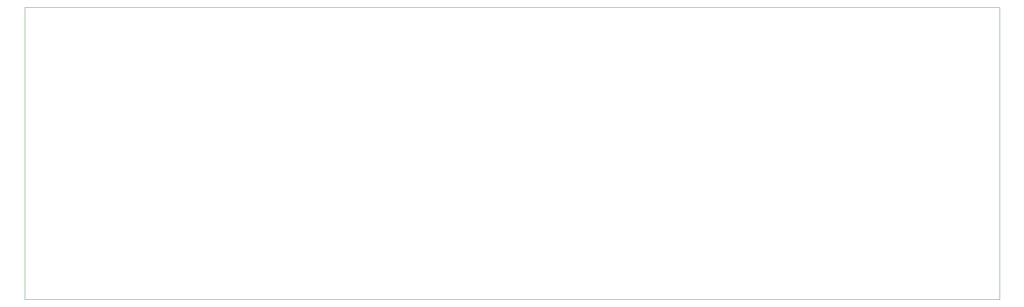
<source format=gbr>
G04 #@! TF.GenerationSoftware,KiCad,Pcbnew,(5.1.4)-1*
G04 #@! TF.CreationDate,2019-10-18T22:44:07-04:00*
G04 #@! TF.ProjectId,NixieClock,4e697869-6543-46c6-9f63-6b2e6b696361,rev?*
G04 #@! TF.SameCoordinates,Original*
G04 #@! TF.FileFunction,Profile,NP*
%FSLAX46Y46*%
G04 Gerber Fmt 4.6, Leading zero omitted, Abs format (unit mm)*
G04 Created by KiCad (PCBNEW (5.1.4)-1) date 2019-10-18 22:44:07*
%MOMM*%
%LPD*%
G04 APERTURE LIST*
%ADD10C,0.100000*%
G04 APERTURE END LIST*
D10*
X73660000Y-76200000D02*
X73660000Y-137160000D01*
X73660000Y-137160000D02*
X276860000Y-137160000D01*
X276860000Y-76200000D02*
X73660000Y-76200000D01*
X276860000Y-137160000D02*
X276860000Y-76200000D01*
M02*

</source>
